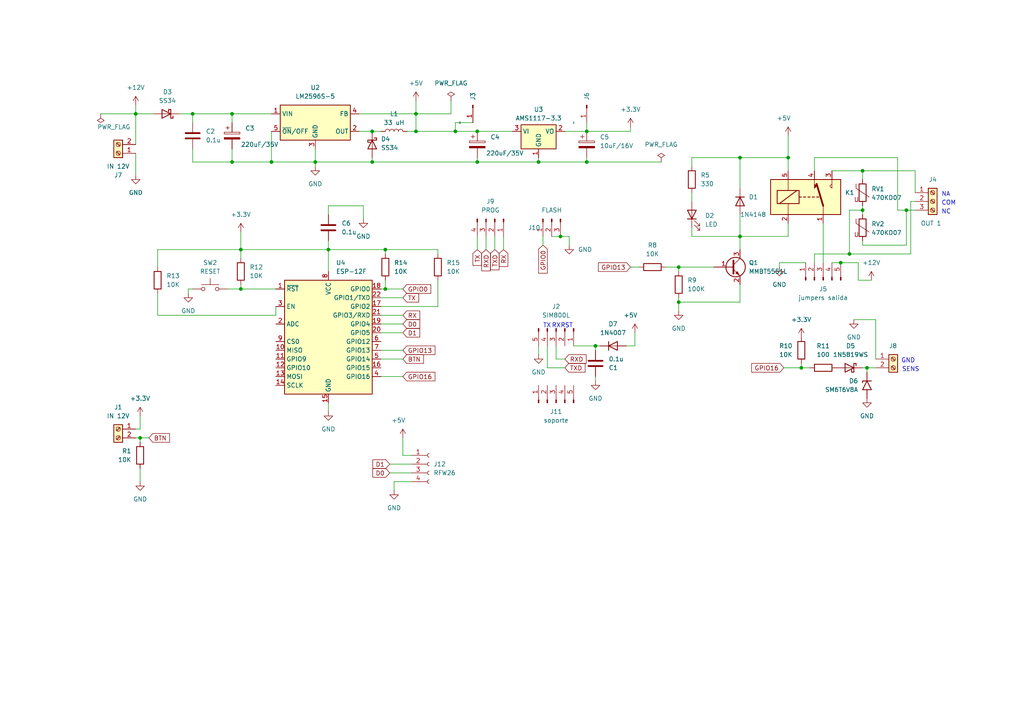
<source format=kicad_sch>
(kicad_sch (version 20230121) (generator eeschema)
  (paper "A4")
  (lib_symbols
    (symbol "Connector:Conn_01x01_Pin" (pin_names (offset 1.016) hide)
      (property "Reference" "J" (at 0 2.54 0))
      (property "Value" "Conn_01x01_Pin" (at 0 -2.54 0))
      (symbol "Conn_01x01_Pin_1_1"
        (polyline (pts (xy 1.27 0) (xy 0.8636 0)) (stroke (width 0.1524)))
        (rectangle (start 0.8636 0.127) (end 0 -0.127) (stroke (width 0.1524)) (fill (type outline)))
        (pin passive line (at 5.08 0 180) (length 3.81) (name "Pin_1") (number "1"))
      )
    )
    (symbol "Connector:Conn_01x03_Pin" (pin_names (offset 1.016) hide)
      (property "Reference" "J" (at 0 5.08 0))
      (property "Value" "Conn_01x03_Pin" (at 0 -5.08 0))
      (symbol "Conn_01x03_Pin_1_1"
        (polyline (pts (xy 1.27 -2.54) (xy 0.8636 -2.54)) (stroke (width 0.1524)))
        (polyline (pts (xy 1.27 0) (xy 0.8636 0)) (stroke (width 0.1524)))
        (polyline (pts (xy 1.27 2.54) (xy 0.8636 2.54)) (stroke (width 0.1524)))
        (rectangle (start 0.8636 -2.413) (end 0 -2.667) (stroke (width 0.1524)) (fill (type outline)))
        (rectangle (start 0.8636 0.127) (end 0 -0.127) (stroke (width 0.1524)) (fill (type outline)))
        (rectangle (start 0.8636 2.667) (end 0 2.413) (stroke (width 0.1524)) (fill (type outline)))
        (pin passive line (at 5.08 2.54 180) (length 3.81) (name "Pin_1") (number "1"))
        (pin passive line (at 5.08 0 180) (length 3.81) (name "Pin_2") (number "2"))
        (pin passive line (at 5.08 -2.54 180) (length 3.81) (name "Pin_3") (number "3"))
      )
    )
    (symbol "Connector:Conn_01x04_Pin" (pin_names (offset 1.016) hide)
      (property "Reference" "J" (at 0 5.08 0))
      (property "Value" "Conn_01x04_Pin" (at 0 -7.62 0))
      (symbol "Conn_01x04_Pin_1_1"
        (polyline (pts (xy 1.27 -5.08) (xy 0.8636 -5.08)) (stroke (width 0.1524)))
        (polyline (pts (xy 1.27 -2.54) (xy 0.8636 -2.54)) (stroke (width 0.1524)))
        (polyline (pts (xy 1.27 0) (xy 0.8636 0)) (stroke (width 0.1524)))
        (polyline (pts (xy 1.27 2.54) (xy 0.8636 2.54)) (stroke (width 0.1524)))
        (rectangle (start 0.8636 -4.953) (end 0 -5.207) (stroke (width 0.1524)) (fill (type outline)))
        (rectangle (start 0.8636 -2.413) (end 0 -2.667) (stroke (width 0.1524)) (fill (type outline)))
        (rectangle (start 0.8636 0.127) (end 0 -0.127) (stroke (width 0.1524)) (fill (type outline)))
        (rectangle (start 0.8636 2.667) (end 0 2.413) (stroke (width 0.1524)) (fill (type outline)))
        (pin passive line (at 5.08 2.54 180) (length 3.81) (name "Pin_1") (number "1"))
        (pin passive line (at 5.08 0 180) (length 3.81) (name "Pin_2") (number "2"))
        (pin passive line (at 5.08 -2.54 180) (length 3.81) (name "Pin_3") (number "3"))
        (pin passive line (at 5.08 -5.08 180) (length 3.81) (name "Pin_4") (number "4"))
      )
    )
    (symbol "Connector:Conn_01x04_Socket" (pin_names (offset 1.016) hide)
      (property "Reference" "J" (at 0 5.08 0))
      (property "Value" "Conn_01x04_Socket" (at 0 -7.62 0))
      (symbol "Conn_01x04_Socket_1_1"
        (arc (start 0 -4.572) (mid -0.5058 -5.08) (end 0 -5.588) (stroke (width 0.1524)))
        (arc (start 0 -2.032) (mid -0.5058 -2.54) (end 0 -3.048) (stroke (width 0.1524)))
        (polyline (pts (xy -1.27 -5.08) (xy -0.508 -5.08)) (stroke (width 0.1524)))
        (polyline (pts (xy -1.27 -2.54) (xy -0.508 -2.54)) (stroke (width 0.1524)))
        (polyline (pts (xy -1.27 0) (xy -0.508 0)) (stroke (width 0.1524)))
        (polyline (pts (xy -1.27 2.54) (xy -0.508 2.54)) (stroke (width 0.1524)))
        (arc (start 0 0.508) (mid -0.5058 0) (end 0 -0.508) (stroke (width 0.1524)))
        (arc (start 0 3.048) (mid -0.5058 2.54) (end 0 2.032) (stroke (width 0.1524)))
        (pin passive line (at -5.08 2.54 0) (length 3.81) (name "Pin_1") (number "1"))
        (pin passive line (at -5.08 0 0) (length 3.81) (name "Pin_2") (number "2"))
        (pin passive line (at -5.08 -2.54 0) (length 3.81) (name "Pin_3") (number "3"))
        (pin passive line (at -5.08 -5.08 0) (length 3.81) (name "Pin_4") (number "4"))
      )
    )
    (symbol "Connector:Conn_01x05_Pin" (pin_names (offset 1.016) hide)
      (property "Reference" "J" (at 0 7.62 0))
      (property "Value" "Conn_01x05_Pin" (at 0 -7.62 0))
      (symbol "Conn_01x05_Pin_1_1"
        (polyline (pts (xy 1.27 -5.08) (xy 0.8636 -5.08)) (stroke (width 0.1524)))
        (polyline (pts (xy 1.27 -2.54) (xy 0.8636 -2.54)) (stroke (width 0.1524)))
        (polyline (pts (xy 1.27 0) (xy 0.8636 0)) (stroke (width 0.1524)))
        (polyline (pts (xy 1.27 2.54) (xy 0.8636 2.54)) (stroke (width 0.1524)))
        (polyline (pts (xy 1.27 5.08) (xy 0.8636 5.08)) (stroke (width 0.1524)))
        (rectangle (start 0.8636 -4.953) (end 0 -5.207) (stroke (width 0.1524)) (fill (type outline)))
        (rectangle (start 0.8636 -2.413) (end 0 -2.667) (stroke (width 0.1524)) (fill (type outline)))
        (rectangle (start 0.8636 0.127) (end 0 -0.127) (stroke (width 0.1524)) (fill (type outline)))
        (rectangle (start 0.8636 2.667) (end 0 2.413) (stroke (width 0.1524)) (fill (type outline)))
        (rectangle (start 0.8636 5.207) (end 0 4.953) (stroke (width 0.1524)) (fill (type outline)))
        (pin passive line (at 5.08 5.08 180) (length 3.81) (name "Pin_1") (number "1"))
        (pin passive line (at 5.08 2.54 180) (length 3.81) (name "Pin_2") (number "2"))
        (pin passive line (at 5.08 0 180) (length 3.81) (name "Pin_3") (number "3"))
        (pin passive line (at 5.08 -2.54 180) (length 3.81) (name "Pin_4") (number "4"))
        (pin passive line (at 5.08 -5.08 180) (length 3.81) (name "Pin_5") (number "5"))
      )
    )
    (symbol "Connector:Screw_Terminal_01x02" (pin_names (offset 1.016) hide)
      (property "Reference" "J" (at 0 2.54 0))
      (property "Value" "Screw_Terminal_01x02" (at 0 -5.08 0))
      (symbol "Screw_Terminal_01x02_1_1"
        (rectangle (start -1.27 1.27) (end 1.27 -3.81) (stroke (width 0.254)) (fill (type background)))
        (circle (center 0 -2.54) (radius 0.635) (stroke (width 0.1524)))
        (polyline (pts (xy -0.5334 -2.2098) (xy 0.3302 -3.048)) (stroke (width 0.1524)))
        (polyline (pts (xy -0.5334 0.3302) (xy 0.3302 -0.508)) (stroke (width 0.1524)))
        (polyline (pts (xy -0.3556 -2.032) (xy 0.508 -2.8702)) (stroke (width 0.1524)))
        (polyline (pts (xy -0.3556 0.508) (xy 0.508 -0.3302)) (stroke (width 0.1524)))
        (circle (center 0 0) (radius 0.635) (stroke (width 0.1524)))
        (pin passive line (at -5.08 0 0) (length 3.81) (name "Pin_1") (number "1"))
        (pin passive line (at -5.08 -2.54 0) (length 3.81) (name "Pin_2") (number "2"))
      )
    )
    (symbol "Connector:Screw_Terminal_01x03" (pin_names (offset 1.016) hide)
      (property "Reference" "J" (at 0 5.08 0))
      (property "Value" "Screw_Terminal_01x03" (at 0 -5.08 0))
      (symbol "Screw_Terminal_01x03_1_1"
        (rectangle (start -1.27 3.81) (end 1.27 -3.81) (stroke (width 0.254)) (fill (type background)))
        (circle (center 0 -2.54) (radius 0.635) (stroke (width 0.1524)))
        (polyline (pts (xy -0.5334 -2.2098) (xy 0.3302 -3.048)) (stroke (width 0.1524)))
        (polyline (pts (xy -0.5334 0.3302) (xy 0.3302 -0.508)) (stroke (width 0.1524)))
        (polyline (pts (xy -0.5334 2.8702) (xy 0.3302 2.032)) (stroke (width 0.1524)))
        (polyline (pts (xy -0.3556 -2.032) (xy 0.508 -2.8702)) (stroke (width 0.1524)))
        (polyline (pts (xy -0.3556 0.508) (xy 0.508 -0.3302)) (stroke (width 0.1524)))
        (polyline (pts (xy -0.3556 3.048) (xy 0.508 2.2098)) (stroke (width 0.1524)))
        (circle (center 0 0) (radius 0.635) (stroke (width 0.1524)))
        (circle (center 0 2.54) (radius 0.635) (stroke (width 0.1524)))
        (pin passive line (at -5.08 2.54 0) (length 3.81) (name "Pin_1") (number "1"))
        (pin passive line (at -5.08 0 0) (length 3.81) (name "Pin_2") (number "2"))
        (pin passive line (at -5.08 -2.54 0) (length 3.81) (name "Pin_3") (number "3"))
      )
    )
    (symbol "Device:C" (pin_numbers hide) (pin_names (offset 0.254))
      (property "Reference" "C" (at 0.635 2.54 0))
      (property "Value" "C" (at 0.635 -2.54 0))
      (symbol "C_0_1"
        (polyline (pts (xy -2.032 -0.762) (xy 2.032 -0.762)) (stroke (width 0.508)))
        (polyline (pts (xy -2.032 0.762) (xy 2.032 0.762)) (stroke (width 0.508)))
      )
      (symbol "C_1_1"
        (pin passive line (at 0 3.81 270) (length 2.794) (name "~") (number "1"))
        (pin passive line (at 0 -3.81 90) (length 2.794) (name "~") (number "2"))
      )
    )
    (symbol "Device:C_Polarized" (pin_numbers hide) (pin_names (offset 0.254))
      (property "Reference" "C" (at 0.635 2.54 0))
      (property "Value" "C_Polarized" (at 0.635 -2.54 0))
      (symbol "C_Polarized_0_1"
        (rectangle (start -2.286 0.508) (end 2.286 1.016))
        (polyline (pts (xy -1.778 2.286) (xy -0.762 2.286)))
        (polyline (pts (xy -1.27 2.794) (xy -1.27 1.778)))
        (rectangle (start 2.286 -0.508) (end -2.286 -1.016) (fill (type outline)))
      )
      (symbol "C_Polarized_1_1"
        (pin passive line (at 0 3.81 270) (length 2.794) (name "~") (number "1"))
        (pin passive line (at 0 -3.81 90) (length 2.794) (name "~") (number "2"))
      )
    )
    (symbol "Device:D_Schottky" (pin_numbers hide) (pin_names (offset 1.016) hide)
      (property "Reference" "D" (at 0 2.54 0))
      (property "Value" "D_Schottky" (at 0 -2.54 0))
      (symbol "D_Schottky_0_1"
        (polyline (pts (xy 1.27 0) (xy -1.27 0)))
        (polyline (pts (xy 1.27 1.27) (xy 1.27 -1.27) (xy -1.27 0) (xy 1.27 1.27)) (stroke (width 0.254)))
        (polyline (pts (xy -1.905 0.635) (xy -1.905 1.27) (xy -1.27 1.27) (xy -1.27 -1.27) (xy -0.635 -1.27) (xy -0.635 -0.635)) (stroke (width 0.254)))
      )
      (symbol "D_Schottky_1_1"
        (pin passive line (at -3.81 0 0) (length 2.54) (name "K") (number "1"))
        (pin passive line (at 3.81 0 180) (length 2.54) (name "A") (number "2"))
      )
    )
    (symbol "Device:L" (pin_numbers hide) (pin_names (offset 1.016) hide)
      (property "Reference" "L" (at -1.27 0 90))
      (property "Value" "L" (at 1.905 0 90))
      (symbol "L_0_1"
        (arc (start 0 -2.54) (mid 0.6323 -1.905) (end 0 -1.27))
        (arc (start 0 -1.27) (mid 0.6323 -0.635) (end 0 0))
        (arc (start 0 0) (mid 0.6323 0.635) (end 0 1.27))
        (arc (start 0 1.27) (mid 0.6323 1.905) (end 0 2.54))
      )
      (symbol "L_1_1"
        (pin passive line (at 0 3.81 270) (length 1.27) (name "1") (number "1"))
        (pin passive line (at 0 -3.81 90) (length 1.27) (name "2") (number "2"))
      )
    )
    (symbol "Device:LED" (pin_numbers hide) (pin_names (offset 1.016) hide)
      (property "Reference" "D" (at 0 2.54 0))
      (property "Value" "LED" (at 0 -2.54 0))
      (symbol "LED_0_1"
        (polyline (pts (xy -1.27 -1.27) (xy -1.27 1.27)) (stroke (width 0.254)))
        (polyline (pts (xy -1.27 0) (xy 1.27 0)))
        (polyline (pts (xy 1.27 -1.27) (xy 1.27 1.27) (xy -1.27 0) (xy 1.27 -1.27)) (stroke (width 0.254)))
        (polyline (pts (xy -3.048 -0.762) (xy -4.572 -2.286) (xy -3.81 -2.286) (xy -4.572 -2.286) (xy -4.572 -1.524)))
        (polyline (pts (xy -1.778 -0.762) (xy -3.302 -2.286) (xy -2.54 -2.286) (xy -3.302 -2.286) (xy -3.302 -1.524)))
      )
      (symbol "LED_1_1"
        (pin passive line (at -3.81 0 0) (length 2.54) (name "K") (number "1"))
        (pin passive line (at 3.81 0 180) (length 2.54) (name "A") (number "2"))
      )
    )
    (symbol "Device:R" (pin_numbers hide) (pin_names (offset 0))
      (property "Reference" "R" (at 2.032 0 90))
      (property "Value" "R" (at 0 0 90))
      (symbol "R_0_1"
        (rectangle (start -1.016 -2.54) (end 1.016 2.54) (stroke (width 0.254)))
      )
      (symbol "R_1_1"
        (pin passive line (at 0 3.81 270) (length 1.27) (name "~") (number "1"))
        (pin passive line (at 0 -3.81 90) (length 1.27) (name "~") (number "2"))
      )
    )
    (symbol "Device:Varistor" (pin_numbers hide) (pin_names (offset 0))
      (property "Reference" "RV" (at 3.175 0 90))
      (property "Value" "Varistor" (at -3.175 0 90))
      (symbol "Varistor_0_0"
        (text "U" (at -1.778 -2.032 0) (effects (font (size 1.27 1.27))))
      )
      (symbol "Varistor_0_1"
        (rectangle (start -1.016 -2.54) (end 1.016 2.54) (stroke (width 0.254)))
        (polyline (pts (xy -1.905 2.54) (xy -1.905 1.27) (xy 1.905 -1.27)))
      )
      (symbol "Varistor_1_1"
        (pin passive line (at 0 3.81 270) (length 1.27) (name "~") (number "1"))
        (pin passive line (at 0 -3.81 90) (length 1.27) (name "~") (number "2"))
      )
    )
    (symbol "Diode:1N4007" (pin_numbers hide) (pin_names hide)
      (property "Reference" "D" (at 0 2.54 0))
      (property "Value" "1N4007" (at 0 -2.54 0))
      (symbol "1N4007_0_1"
        (polyline (pts (xy -1.27 1.27) (xy -1.27 -1.27)) (stroke (width 0.254)))
        (polyline (pts (xy 1.27 0) (xy -1.27 0)))
        (polyline (pts (xy 1.27 1.27) (xy 1.27 -1.27) (xy -1.27 0) (xy 1.27 1.27)) (stroke (width 0.254)))
      )
      (symbol "1N4007_1_1"
        (pin passive line (at -3.81 0 0) (length 2.54) (name "K") (number "1"))
        (pin passive line (at 3.81 0 180) (length 2.54) (name "A") (number "2"))
      )
    )
    (symbol "Diode:1N4148" (pin_numbers hide) (pin_names hide)
      (property "Reference" "D" (at 0 2.54 0))
      (property "Value" "1N4148" (at 0 -2.54 0))
      (symbol "1N4148_0_1"
        (polyline (pts (xy -1.27 1.27) (xy -1.27 -1.27)) (stroke (width 0.254)))
        (polyline (pts (xy 1.27 0) (xy -1.27 0)))
        (polyline (pts (xy 1.27 1.27) (xy 1.27 -1.27) (xy -1.27 0) (xy 1.27 1.27)) (stroke (width 0.254)))
      )
      (symbol "1N4148_1_1"
        (pin passive line (at -3.81 0 0) (length 2.54) (name "K") (number "1"))
        (pin passive line (at 3.81 0 180) (length 2.54) (name "A") (number "2"))
      )
    )
    (symbol "Diode:1N5819WS" (pin_numbers hide) (pin_names (offset 1.016) hide)
      (property "Reference" "D" (at 0 2.54 0))
      (property "Value" "1N5819WS" (at 0 -2.54 0))
      (symbol "1N5819WS_0_1"
        (polyline (pts (xy 1.27 0) (xy -1.27 0)))
        (polyline (pts (xy 1.27 1.27) (xy 1.27 -1.27) (xy -1.27 0) (xy 1.27 1.27)) (stroke (width 0.254)))
        (polyline (pts (xy -1.905 0.635) (xy -1.905 1.27) (xy -1.27 1.27) (xy -1.27 -1.27) (xy -0.635 -1.27) (xy -0.635 -0.635)) (stroke (width 0.254)))
      )
      (symbol "1N5819WS_1_1"
        (pin passive line (at -3.81 0 0) (length 2.54) (name "K") (number "1"))
        (pin passive line (at 3.81 0 180) (length 2.54) (name "A") (number "2"))
      )
    )
    (symbol "Diode:SM6T6V8A" (pin_numbers hide) (pin_names (offset 1.016) hide)
      (property "Reference" "D" (at 0 2.54 0))
      (property "Value" "SM6T6V8A" (at 0 -2.54 0))
      (symbol "SM6T6V8A_0_1"
        (polyline (pts (xy -0.762 1.27) (xy -1.27 1.27) (xy -1.27 -1.27)) (stroke (width 0.254)))
        (polyline (pts (xy 1.27 1.27) (xy 1.27 -1.27) (xy -1.27 0) (xy 1.27 1.27)) (stroke (width 0.254)))
      )
      (symbol "SM6T6V8A_1_1"
        (pin passive line (at -3.81 0 0) (length 2.54) (name "A1") (number "1"))
        (pin passive line (at 3.81 0 180) (length 2.54) (name "A2") (number "2"))
      )
    )
    (symbol "RF_Module:ESP-12F"
      (property "Reference" "U" (at -12.7 19.05 0))
      (property "Value" "ESP-12F" (at 12.7 19.05 0))
      (symbol "ESP-12F_0_1"
        (rectangle (start -12.7 17.78) (end 12.7 -15.24) (stroke (width 0.254)) (fill (type background)))
      )
      (symbol "ESP-12F_1_1"
        (pin input line (at -15.24 15.24 0) (length 2.54) (name "~{RST}") (number "1"))
        (pin bidirectional line (at -15.24 -2.54 0) (length 2.54) (name "MISO") (number "10"))
        (pin bidirectional line (at -15.24 -5.08 0) (length 2.54) (name "GPIO9") (number "11"))
        (pin bidirectional line (at -15.24 -7.62 0) (length 2.54) (name "GPIO10") (number "12"))
        (pin bidirectional line (at -15.24 -10.16 0) (length 2.54) (name "MOSI") (number "13"))
        (pin bidirectional line (at -15.24 -12.7 0) (length 2.54) (name "SCLK") (number "14"))
        (pin power_in line (at 0 -17.78 90) (length 2.54) (name "GND") (number "15"))
        (pin bidirectional line (at 15.24 -7.62 180) (length 2.54) (name "GPIO15") (number "16"))
        (pin bidirectional line (at 15.24 10.16 180) (length 2.54) (name "GPIO2") (number "17"))
        (pin bidirectional line (at 15.24 15.24 180) (length 2.54) (name "GPIO0") (number "18"))
        (pin bidirectional line (at 15.24 5.08 180) (length 2.54) (name "GPIO4") (number "19"))
        (pin input line (at -15.24 5.08 0) (length 2.54) (name "ADC") (number "2"))
        (pin bidirectional line (at 15.24 2.54 180) (length 2.54) (name "GPIO5") (number "20"))
        (pin bidirectional line (at 15.24 7.62 180) (length 2.54) (name "GPIO3/RXD") (number "21"))
        (pin bidirectional line (at 15.24 12.7 180) (length 2.54) (name "GPIO1/TXD") (number "22"))
        (pin input line (at -15.24 10.16 0) (length 2.54) (name "EN") (number "3"))
        (pin bidirectional line (at 15.24 -10.16 180) (length 2.54) (name "GPIO16") (number "4"))
        (pin bidirectional line (at 15.24 -5.08 180) (length 2.54) (name "GPIO14") (number "5"))
        (pin bidirectional line (at 15.24 0 180) (length 2.54) (name "GPIO12") (number "6"))
        (pin bidirectional line (at 15.24 -2.54 180) (length 2.54) (name "GPIO13") (number "7"))
        (pin power_in line (at 0 20.32 270) (length 2.54) (name "VCC") (number "8"))
        (pin input line (at -15.24 0 0) (length 2.54) (name "CS0") (number "9"))
      )
    )
    (symbol "Regulator_Linear:AMS1117-3.3"
      (property "Reference" "U" (at -3.81 3.175 0))
      (property "Value" "AMS1117-3.3" (at 0 3.175 0))
      (symbol "AMS1117-3.3_0_1"
        (rectangle (start -5.08 -5.08) (end 5.08 1.905) (stroke (width 0.254)) (fill (type background)))
      )
      (symbol "AMS1117-3.3_1_1"
        (pin power_in line (at 0 -7.62 90) (length 2.54) (name "GND") (number "1"))
        (pin power_out line (at 7.62 0 180) (length 2.54) (name "VO") (number "2"))
        (pin power_in line (at -7.62 0 0) (length 2.54) (name "VI") (number "3"))
      )
    )
    (symbol "Regulator_Switching:LM2596S-5"
      (property "Reference" "U" (at -10.16 6.35 0))
      (property "Value" "LM2596S-5" (at 0 6.35 0))
      (symbol "LM2596S-5_0_1"
        (rectangle (start -10.16 5.08) (end 10.16 -5.08) (stroke (width 0.254)) (fill (type background)))
      )
      (symbol "LM2596S-5_1_1"
        (pin power_in line (at -12.7 2.54 0) (length 2.54) (name "VIN") (number "1"))
        (pin output line (at 12.7 -2.54 180) (length 2.54) (name "OUT") (number "2"))
        (pin power_in line (at 0 -7.62 90) (length 2.54) (name "GND") (number "3"))
        (pin input line (at 12.7 2.54 180) (length 2.54) (name "FB") (number "4"))
        (pin input line (at -12.7 -2.54 0) (length 2.54) (name "~{ON}/OFF") (number "5"))
      )
    )
    (symbol "Relay:SANYOU_SRD_Form_C"
      (property "Reference" "K" (at 11.43 3.81 0))
      (property "Value" "SANYOU_SRD_Form_C" (at 11.43 1.27 0))
      (symbol "SANYOU_SRD_Form_C_0_0"
        (polyline (pts (xy 7.62 5.08) (xy 7.62 2.54) (xy 6.985 3.175) (xy 7.62 3.81)))
      )
      (symbol "SANYOU_SRD_Form_C_0_1"
        (rectangle (start -10.16 5.08) (end 10.16 -5.08) (stroke (width 0.254)) (fill (type background)))
        (rectangle (start -8.255 1.905) (end -1.905 -1.905) (stroke (width 0.254)))
        (polyline (pts (xy -7.62 -1.905) (xy -2.54 1.905)) (stroke (width 0.254)))
        (polyline (pts (xy -5.08 -5.08) (xy -5.08 -1.905)))
        (polyline (pts (xy -5.08 5.08) (xy -5.08 1.905)))
        (polyline (pts (xy -1.905 0) (xy -1.27 0)) (stroke (width 0.254)))
        (polyline (pts (xy -0.635 0) (xy 0 0)) (stroke (width 0.254)))
        (polyline (pts (xy 0.635 0) (xy 1.27 0)) (stroke (width 0.254)))
        (polyline (pts (xy 1.905 0) (xy 2.54 0)) (stroke (width 0.254)))
        (polyline (pts (xy 3.175 0) (xy 3.81 0)) (stroke (width 0.254)))
        (polyline (pts (xy 5.08 -2.54) (xy 3.175 3.81)) (stroke (width 0.508)))
        (polyline (pts (xy 5.08 -2.54) (xy 5.08 -5.08)))
      )
      (symbol "SANYOU_SRD_Form_C_1_1"
        (polyline (pts (xy 2.54 3.81) (xy 3.175 3.175) (xy 2.54 2.54) (xy 2.54 5.08)) (fill (type outline)))
        (pin passive line (at 5.08 -7.62 90) (length 2.54) (name "~") (number "1"))
        (pin passive line (at -5.08 -7.62 90) (length 2.54) (name "~") (number "2"))
        (pin passive line (at 7.62 7.62 270) (length 2.54) (name "~") (number "3"))
        (pin passive line (at 2.54 7.62 270) (length 2.54) (name "~") (number "4"))
        (pin passive line (at -5.08 7.62 270) (length 2.54) (name "~") (number "5"))
      )
    )
    (symbol "Switch:SW_Omron_B3FS" (pin_numbers hide) (pin_names (offset 1.016) hide)
      (property "Reference" "SW" (at 1.27 2.54 0))
      (property "Value" "SW_Omron_B3FS" (at 0 -1.524 0))
      (symbol "SW_Omron_B3FS_0_1"
        (circle (center -2.032 0) (radius 0.508))
        (polyline (pts (xy 0 1.27) (xy 0 3.048)))
        (polyline (pts (xy 2.54 1.27) (xy -2.54 1.27)))
        (circle (center 2.032 0) (radius 0.508))
        (pin passive line (at -5.08 0 0) (length 2.54) (name "1") (number "1"))
        (pin passive line (at 5.08 0 180) (length 2.54) (name "2") (number "2"))
      )
    )
    (symbol "Transistor_BJT:MMBT5551L" (pin_names (offset 0) hide)
      (property "Reference" "Q" (at 5.08 1.905 0))
      (property "Value" "MMBT5551L" (at 5.08 0 0))
      (symbol "MMBT5551L_0_1"
        (polyline (pts (xy 0.635 0.635) (xy 2.54 2.54)))
        (polyline (pts (xy 0.635 -0.635) (xy 2.54 -2.54) (xy 2.54 -2.54)))
        (polyline (pts (xy 0.635 1.905) (xy 0.635 -1.905) (xy 0.635 -1.905)) (stroke (width 0.508)))
        (polyline (pts (xy 1.27 -1.778) (xy 1.778 -1.27) (xy 2.286 -2.286) (xy 1.27 -1.778) (xy 1.27 -1.778)) (fill (type outline)))
        (circle (center 1.27 0) (radius 2.8194) (stroke (width 0.254)))
      )
      (symbol "MMBT5551L_1_1"
        (pin input line (at -5.08 0 0) (length 5.715) (name "B") (number "1"))
        (pin passive line (at 2.54 -5.08 90) (length 2.54) (name "E") (number "2"))
        (pin passive line (at 2.54 5.08 270) (length 2.54) (name "C") (number "3"))
      )
    )
    (symbol "power:+12V" (power) (pin_names (offset 0))
      (property "Value" "+12V" (at 0 3.556 0))
      (symbol "+12V_0_1"
        (polyline (pts (xy -0.762 1.27) (xy 0 2.54)))
        (polyline (pts (xy 0 0) (xy 0 2.54)))
        (polyline (pts (xy 0 2.54) (xy 0.762 1.27)))
      )
      (symbol "+12V_1_1"
        (pin power_in line (at 0 0 90) (length 0) hide (name "+12V") (number "1"))
      )
    )
    (symbol "power:+3.3V" (power) (pin_names (offset 0))
      (property "Value" "+3.3V" (at 0 3.556 0))
      (symbol "+3.3V_0_1"
        (polyline (pts (xy -0.762 1.27) (xy 0 2.54)))
        (polyline (pts (xy 0 0) (xy 0 2.54)))
        (polyline (pts (xy 0 2.54) (xy 0.762 1.27)))
      )
      (symbol "+3.3V_1_1"
        (pin power_in line (at 0 0 90) (length 0) hide (name "+3.3V") (number "1"))
      )
    )
    (symbol "power:+5V" (power) (pin_names (offset 0))
      (property "Value" "+5V" (at 0 3.556 0))
      (symbol "+5V_0_1"
        (polyline (pts (xy -0.762 1.27) (xy 0 2.54)))
        (polyline (pts (xy 0 0) (xy 0 2.54)))
        (polyline (pts (xy 0 2.54) (xy 0.762 1.27)))
      )
      (symbol "+5V_1_1"
        (pin power_in line (at 0 0 90) (length 0) hide (name "+5V") (number "1"))
      )
    )
    (symbol "power:GND" (power) (pin_names (offset 0))
      (property "Value" "GND" (at 0 -3.81 0))
      (symbol "GND_0_1"
        (polyline (pts (xy 0 0) (xy 0 -1.27) (xy 1.27 -1.27) (xy 0 -2.54) (xy -1.27 -1.27) (xy 0 -1.27)))
      )
      (symbol "GND_1_1"
        (pin power_in line (at 0 0 270) (length 0) hide (name "GND") (number "1"))
      )
    )
    (symbol "power:PWR_FLAG" (power) (pin_numbers hide) (pin_names (offset 0) hide)
      (property "Value" "PWR_FLAG" (at 0 3.81 0))
      (symbol "PWR_FLAG_0_0"
        (pin power_out line (at 0 0 90) (length 0) (name "pwr") (number "1"))
      )
      (symbol "PWR_FLAG_0_1"
        (polyline (pts (xy 0 0) (xy 0 1.27) (xy -1.016 1.905) (xy 0 2.54) (xy 1.016 1.905) (xy 0 1.27)))
      )
    )
  )
  (junction (at 138.43 38.1))
  (junction (at 196.85 77.47))
  (junction (at 250.19 49.53))
  (junction (at 67.31 46.99))
  (junction (at 91.44 46.99))
  (junction (at 170.18 46.99))
  (junction (at 69.85 83.82))
  (junction (at 69.85 72.39))
  (junction (at 132.08 38.1))
  (junction (at 162.56 68.58))
  (junction (at 67.31 33.02))
  (junction (at 107.95 38.1))
  (junction (at 95.25 72.39))
  (junction (at 156.21 46.99))
  (junction (at 250.19 60.96))
  (junction (at 262.89 60.96))
  (junction (at 39.37 33.02))
  (junction (at 138.43 46.99))
  (junction (at 243.84 76.2))
  (junction (at 251.46 106.68))
  (junction (at 78.74 46.99))
  (junction (at 246.38 73.66))
  (junction (at 196.85 87.63))
  (junction (at 55.88 33.02))
  (junction (at 111.76 83.82))
  (junction (at 170.18 38.1))
  (junction (at 40.64 127))
  (junction (at 120.65 38.1))
  (junction (at 107.95 46.99))
  (junction (at 120.65 33.02))
  (junction (at 214.63 68.58))
  (junction (at 172.72 100.33))
  (junction (at 228.6 45.72))
  (junction (at 214.63 45.72))
  (junction (at 111.76 72.39))
  (junction (at 232.41 106.68))
  (wire (pts (xy 91.44 46.99) (xy 91.44 48.26)))
  (wire (pts (xy 234.95 106.68) (xy 232.41 106.68)))
  (wire (pts (xy 39.37 30.48) (xy 39.37 33.02)))
  (wire (pts (xy 163.83 38.1) (xy 170.18 38.1)))
  (wire (pts (xy 254 92.71) (xy 247.65 92.71)))
  (wire (pts (xy 40.64 128.27) (xy 40.64 127)))
  (wire (pts (xy 45.72 77.47) (xy 45.72 72.39)))
  (wire (pts (xy 165.1 68.58) (xy 162.56 68.58)))
  (wire (pts (xy 246.38 73.66) (xy 246.38 60.96)))
  (wire (pts (xy 69.85 67.31) (xy 69.85 72.39)))
  (wire (pts (xy 110.49 83.82) (xy 111.76 83.82)))
  (wire (pts (xy 160.02 68.58) (xy 162.56 68.58)))
  (wire (pts (xy 166.37 100.33) (xy 172.72 100.33)))
  (wire (pts (xy 250.19 60.96) (xy 250.19 62.23)))
  (wire (pts (xy 264.16 58.42) (xy 265.43 58.42)))
  (wire (pts (xy 265.43 55.88) (xy 265.43 49.53)))
  (wire (pts (xy 250.19 106.68) (xy 251.46 106.68)))
  (wire (pts (xy 113.03 134.62) (xy 119.38 134.62)))
  (wire (pts (xy 114.3 142.24) (xy 114.3 139.7)))
  (wire (pts (xy 107.95 45.72) (xy 107.95 46.99)))
  (wire (pts (xy 170.18 45.72) (xy 170.18 46.99)))
  (wire (pts (xy 113.03 137.16) (xy 119.38 137.16)))
  (wire (pts (xy 40.64 127) (xy 39.37 127)))
  (wire (pts (xy 110.49 104.14) (xy 116.84 104.14)))
  (wire (pts (xy 238.76 64.77) (xy 238.76 76.2)))
  (wire (pts (xy 264.16 58.42) (xy 264.16 73.66)))
  (wire (pts (xy 165.1 71.12) (xy 165.1 68.58)))
  (wire (pts (xy 67.31 43.18) (xy 67.31 46.99)))
  (wire (pts (xy 69.85 72.39) (xy 69.85 74.93)))
  (wire (pts (xy 260.35 45.72) (xy 236.22 45.72)))
  (wire (pts (xy 200.66 68.58) (xy 214.63 68.58)))
  (wire (pts (xy 39.37 33.02) (xy 44.45 33.02)))
  (wire (pts (xy 55.88 46.99) (xy 67.31 46.99)))
  (wire (pts (xy 214.63 68.58) (xy 228.6 68.58)))
  (wire (pts (xy 111.76 72.39) (xy 95.25 72.39)))
  (wire (pts (xy 66.04 83.82) (xy 69.85 83.82)))
  (wire (pts (xy 52.07 33.02) (xy 55.88 33.02)))
  (wire (pts (xy 228.6 64.77) (xy 228.6 68.58)))
  (wire (pts (xy 182.88 38.1) (xy 170.18 38.1)))
  (wire (pts (xy 246.38 73.66) (xy 264.16 73.66)))
  (wire (pts (xy 140.97 68.58) (xy 140.97 72.39)))
  (wire (pts (xy 228.6 45.72) (xy 228.6 49.53)))
  (wire (pts (xy 132.08 38.1) (xy 138.43 38.1)))
  (wire (pts (xy 110.49 91.44) (xy 116.84 91.44)))
  (wire (pts (xy 127 73.66) (xy 127 72.39)))
  (wire (pts (xy 111.76 72.39) (xy 111.76 73.66)))
  (wire (pts (xy 214.63 45.72) (xy 228.6 45.72)))
  (wire (pts (xy 132.08 35.56) (xy 132.08 38.1)))
  (wire (pts (xy 130.81 33.02) (xy 120.65 33.02)))
  (wire (pts (xy 138.43 68.58) (xy 138.43 72.39)))
  (wire (pts (xy 120.65 38.1) (xy 132.08 38.1)))
  (wire (pts (xy 182.88 36.83) (xy 182.88 38.1)))
  (wire (pts (xy 193.04 77.47) (xy 196.85 77.47)))
  (wire (pts (xy 172.72 109.22) (xy 172.72 110.49)))
  (wire (pts (xy 156.21 100.33) (xy 156.21 102.87)))
  (wire (pts (xy 39.37 33.02) (xy 29.21 33.02)))
  (wire (pts (xy 163.83 106.68) (xy 158.75 106.68)))
  (wire (pts (xy 158.75 106.68) (xy 158.75 100.33)))
  (wire (pts (xy 107.95 46.99) (xy 138.43 46.99)))
  (wire (pts (xy 116.84 127) (xy 116.84 132.08)))
  (wire (pts (xy 265.43 60.96) (xy 262.89 60.96)))
  (wire (pts (xy 116.84 132.08) (xy 119.38 132.08)))
  (wire (pts (xy 105.41 59.69) (xy 105.41 63.5)))
  (wire (pts (xy 214.63 68.58) (xy 214.63 72.39)))
  (wire (pts (xy 55.88 43.18) (xy 55.88 46.99)))
  (wire (pts (xy 252.73 81.28) (xy 248.92 81.28)))
  (wire (pts (xy 200.66 55.88) (xy 200.66 58.42)))
  (wire (pts (xy 200.66 48.26) (xy 200.66 45.72)))
  (wire (pts (xy 55.88 33.02) (xy 67.31 33.02)))
  (wire (pts (xy 43.18 127) (xy 40.64 127)))
  (wire (pts (xy 91.44 43.18) (xy 91.44 46.99)))
  (wire (pts (xy 80.01 91.44) (xy 80.01 88.9)))
  (wire (pts (xy 138.43 38.1) (xy 148.59 38.1)))
  (wire (pts (xy 107.95 38.1) (xy 110.49 38.1)))
  (wire (pts (xy 78.74 38.1) (xy 78.74 46.99)))
  (wire (pts (xy 111.76 81.28) (xy 111.76 83.82)))
  (wire (pts (xy 260.35 60.96) (xy 260.35 45.72)))
  (wire (pts (xy 196.85 77.47) (xy 207.01 77.47)))
  (wire (pts (xy 130.81 29.21) (xy 130.81 33.02)))
  (wire (pts (xy 170.18 35.56) (xy 170.18 38.1)))
  (wire (pts (xy 170.18 46.99) (xy 191.77 46.99)))
  (wire (pts (xy 95.25 78.74) (xy 95.25 72.39)))
  (wire (pts (xy 196.85 78.74) (xy 196.85 77.47)))
  (wire (pts (xy 120.65 29.21) (xy 120.65 33.02)))
  (wire (pts (xy 138.43 45.72) (xy 138.43 46.99)))
  (wire (pts (xy 200.66 66.04) (xy 200.66 68.58)))
  (wire (pts (xy 196.85 87.63) (xy 196.85 90.17)))
  (wire (pts (xy 170.18 46.99) (xy 156.21 46.99)))
  (wire (pts (xy 254 104.14) (xy 254 92.71)))
  (wire (pts (xy 107.95 46.99) (xy 91.44 46.99)))
  (wire (pts (xy 127 72.39) (xy 111.76 72.39)))
  (wire (pts (xy 69.85 83.82) (xy 69.85 82.55)))
  (wire (pts (xy 78.74 46.99) (xy 91.44 46.99)))
  (wire (pts (xy 146.05 68.58) (xy 146.05 72.39)))
  (wire (pts (xy 172.72 100.33) (xy 173.99 100.33)))
  (wire (pts (xy 39.37 33.02) (xy 39.37 41.91)))
  (wire (pts (xy 200.66 45.72) (xy 214.63 45.72)))
  (wire (pts (xy 156.21 45.72) (xy 156.21 46.99)))
  (wire (pts (xy 241.3 49.53) (xy 250.19 49.53)))
  (wire (pts (xy 157.48 68.58) (xy 157.48 71.12)))
  (wire (pts (xy 40.64 120.65) (xy 40.64 124.46)))
  (wire (pts (xy 236.22 73.66) (xy 236.22 76.2)))
  (wire (pts (xy 161.29 104.14) (xy 161.29 100.33)))
  (wire (pts (xy 232.41 106.68) (xy 227.33 106.68)))
  (wire (pts (xy 250.19 71.12) (xy 250.19 69.85)))
  (wire (pts (xy 54.61 85.09) (xy 54.61 83.82)))
  (wire (pts (xy 110.49 93.98) (xy 116.84 93.98)))
  (wire (pts (xy 250.19 49.53) (xy 250.19 52.07)))
  (wire (pts (xy 241.3 76.2) (xy 243.84 76.2)))
  (wire (pts (xy 45.72 85.09) (xy 45.72 91.44)))
  (wire (pts (xy 248.92 76.2) (xy 243.84 76.2)))
  (wire (pts (xy 69.85 83.82) (xy 80.01 83.82)))
  (wire (pts (xy 110.49 109.22) (xy 116.84 109.22)))
  (wire (pts (xy 45.72 91.44) (xy 80.01 91.44)))
  (wire (pts (xy 262.89 60.96) (xy 260.35 60.96)))
  (wire (pts (xy 214.63 54.61) (xy 214.63 45.72)))
  (wire (pts (xy 232.41 105.41) (xy 232.41 106.68)))
  (wire (pts (xy 95.25 59.69) (xy 105.41 59.69)))
  (wire (pts (xy 67.31 33.02) (xy 78.74 33.02)))
  (wire (pts (xy 250.19 59.69) (xy 250.19 60.96)))
  (wire (pts (xy 40.64 124.46) (xy 39.37 124.46)))
  (wire (pts (xy 110.49 86.36) (xy 116.84 86.36)))
  (wire (pts (xy 251.46 106.68) (xy 251.46 107.95)))
  (wire (pts (xy 228.6 39.37) (xy 228.6 45.72)))
  (wire (pts (xy 39.37 44.45) (xy 39.37 50.8)))
  (wire (pts (xy 54.61 83.82) (xy 55.88 83.82)))
  (wire (pts (xy 40.64 135.89) (xy 40.64 139.7)))
  (wire (pts (xy 114.3 139.7) (xy 119.38 139.7)))
  (wire (pts (xy 226.06 77.47) (xy 226.06 76.2)))
  (wire (pts (xy 196.85 86.36) (xy 196.85 87.63)))
  (wire (pts (xy 226.06 76.2) (xy 233.68 76.2)))
  (wire (pts (xy 248.92 81.28) (xy 248.92 76.2)))
  (wire (pts (xy 236.22 49.53) (xy 236.22 45.72)))
  (wire (pts (xy 67.31 35.56) (xy 67.31 33.02)))
  (wire (pts (xy 104.14 33.02) (xy 120.65 33.02)))
  (wire (pts (xy 143.51 68.58) (xy 143.51 72.39)))
  (wire (pts (xy 262.89 60.96) (xy 262.89 71.12)))
  (wire (pts (xy 111.76 83.82) (xy 116.84 83.82)))
  (wire (pts (xy 182.88 77.47) (xy 185.42 77.47)))
  (wire (pts (xy 172.72 101.6) (xy 172.72 100.33)))
  (wire (pts (xy 246.38 60.96) (xy 250.19 60.96)))
  (wire (pts (xy 214.63 87.63) (xy 196.85 87.63)))
  (wire (pts (xy 120.65 33.02) (xy 120.65 38.1)))
  (wire (pts (xy 120.65 38.1) (xy 118.11 38.1)))
  (wire (pts (xy 95.25 116.84) (xy 95.25 119.38)))
  (wire (pts (xy 95.25 69.85) (xy 95.25 72.39)))
  (wire (pts (xy 181.61 100.33) (xy 184.15 100.33)))
  (wire (pts (xy 163.83 104.14) (xy 161.29 104.14)))
  (wire (pts (xy 110.49 96.52) (xy 116.84 96.52)))
  (wire (pts (xy 110.49 101.6) (xy 116.84 101.6)))
  (wire (pts (xy 55.88 35.56) (xy 55.88 33.02)))
  (wire (pts (xy 45.72 72.39) (xy 69.85 72.39)))
  (wire (pts (xy 95.25 62.23) (xy 95.25 59.69)))
  (wire (pts (xy 214.63 82.55) (xy 214.63 87.63)))
  (wire (pts (xy 214.63 62.23) (xy 214.63 68.58)))
  (wire (pts (xy 250.19 71.12) (xy 262.89 71.12)))
  (wire (pts (xy 67.31 46.99) (xy 78.74 46.99)))
  (wire (pts (xy 127 81.28) (xy 127 88.9)))
  (wire (pts (xy 104.14 38.1) (xy 107.95 38.1)))
  (wire (pts (xy 138.43 46.99) (xy 156.21 46.99)))
  (wire (pts (xy 69.85 72.39) (xy 95.25 72.39)))
  (wire (pts (xy 236.22 73.66) (xy 246.38 73.66)))
  (wire (pts (xy 184.15 100.33) (xy 184.15 96.52)))
  (wire (pts (xy 137.16 35.56) (xy 132.08 35.56)))
  (wire (pts (xy 250.19 49.53) (xy 265.43 49.53)))
  (wire (pts (xy 251.46 106.68) (xy 254 106.68)))
  (wire (pts (xy 110.49 88.9) (xy 127 88.9)))
  (text "TX" (at 157.48 95.25 0) (effects (font (size 1.27 1.27)) (justify left bottom)))
  (text "RST" (at 162.56 95.25 0) (effects (font (size 1.27 1.27)) (justify left bottom)))
  (text "NC" (at 273.05 62.23 0) (effects (font (size 1.27 1.27)) (justify left bottom)))
  (text "NA" (at 273.05 57.15 0) (effects (font (size 1.27 1.27)) (justify left bottom)))
  (text "GND" (at 265.43 105.41 0) (effects (font (size 1.27 1.27)) (justify right bottom)))
  (text "SENS" (at 266.7 107.95 0) (effects (font (size 1.27 1.27)) (justify right bottom)))
  (text "RX" (at 160.02 95.25 0) (effects (font (size 1.27 1.27)) (justify left bottom)))
  (text "COM" (at 273.05 59.69 0) (effects (font (size 1.27 1.27)) (justify left bottom)))
  (global_label "D0" (shape input) (at 113.03 137.16 180) (property "Intersheetrefs" "${INTERSHEET_REFS}" (effects hide)))
  (global_label "BTN" (shape input) (at 43.18 127 0) (property "Intersheetrefs" "${INTERSHEET_REFS}" (effects hide)))
  (global_label "TX" (shape input) (at 116.84 86.36 0) (property "Intersheetrefs" "${INTERSHEET_REFS}" (effects hide)))
  (global_label "TX" (shape input) (at 138.43 72.39 270) (property "Intersheetrefs" "${INTERSHEET_REFS}" (effects hide)))
  (global_label "BTN" (shape input) (at 116.84 104.14 0) (property "Intersheetrefs" "${INTERSHEET_REFS}" (effects hide)))
  (global_label "RXD" (shape input) (at 140.97 72.39 270) (property "Intersheetrefs" "${INTERSHEET_REFS}" (effects hide)))
  (global_label "RX" (shape input) (at 146.05 72.39 270) (property "Intersheetrefs" "${INTERSHEET_REFS}" (effects hide)))
  (global_label "GPIO16" (shape input) (at 227.33 106.68 180) (property "Intersheetrefs" "${INTERSHEET_REFS}" (effects hide)))
  (global_label "GPIO0" (shape input) (at 157.48 71.12 270) (property "Intersheetrefs" "${INTERSHEET_REFS}" (effects hide)))
  (global_label "TXD" (shape input) (at 143.51 72.39 270) (property "Intersheetrefs" "${INTERSHEET_REFS}" (effects hide)))
  (global_label "D1" (shape input) (at 116.84 96.52 0) (property "Intersheetrefs" "${INTERSHEET_REFS}" (effects hide)))
  (global_label "GPIO13" (shape input) (at 116.84 101.6 0) (property "Intersheetrefs" "${INTERSHEET_REFS}" (effects hide)))
  (global_label "GPIO16" (shape input) (at 116.84 109.22 0) (property "Intersheetrefs" "${INTERSHEET_REFS}" (effects hide)))
  (global_label "D1" (shape input) (at 113.03 134.62 180) (property "Intersheetrefs" "${INTERSHEET_REFS}" (effects hide)))
  (global_label "TXD" (shape input) (at 163.83 106.68 0) (property "Intersheetrefs" "${INTERSHEET_REFS}" (effects hide)))
  (global_label "RX" (shape input) (at 116.84 91.44 0) (property "Intersheetrefs" "${INTERSHEET_REFS}" (effects hide)))
  (global_label "GPIO13" (shape input) (at 182.88 77.47 180) (property "Intersheetrefs" "${INTERSHEET_REFS}" (effects hide)))
  (global_label "D0" (shape input) (at 116.84 93.98 0) (property "Intersheetrefs" "${INTERSHEET_REFS}" (effects hide)))
  (global_label "GPIO0" (shape input) (at 116.84 83.82 0) (property "Intersheetrefs" "${INTERSHEET_REFS}" (effects hide)))
  (global_label "RXD" (shape input) (at 163.83 104.14 0) (property "Intersheetrefs" "${INTERSHEET_REFS}" (effects hide)))
  (symbol (lib_id "Device:C_Polarized") (at 170.18 41.91 0) (unit 1)
    (property "Reference" "C5" (at 173.99 39.751 0) (effects (justify left)))
    (property "Value" "10uF/16V" (at 173.99 42.291 0) (effects (justify left)))
    (property "Footprint" "Capacitor_SMD:CP_Elec_4x4.5" (effects hide))
  )
  (symbol (lib_id "power:+3.3V") (at 40.64 120.65 0) (mirror y) (unit 1)
    (property "Reference" "#PWR02" (effects hide))
    (property "Value" "+3.3V" (at 40.64 115.57 0))
  )
  (symbol (lib_id "Diode:SM6T6V8A") (at 251.46 111.76 90) (mirror x) (unit 1)
    (property "Reference" "D6" (at 248.92 110.49 90) (effects (justify left)))
    (property "Value" "SM6T6V8A" (at 248.92 113.03 90) (effects (justify left)))
    (property "Footprint" "Diode_SMD:D_SMB" (effects hide))
    (property "Datasheet" "https://www.st.com/resource/en/datasheet/sm6t.pdf" (effects hide))
  )
  (symbol (lib_id "Device:R") (at 69.85 78.74 0) (unit 1)
    (property "Reference" "R12" (at 72.39 77.47 0) (effects (justify left)))
    (property "Value" "10K" (at 72.39 80.01 0) (effects (justify left)))
    (property "Footprint" "Resistor_SMD:R_0805_2012Metric_Pad1.20x1.40mm_HandSolder" (effects hide))
  )
  (symbol (lib_id "power:GND") (at 172.72 110.49 0) (mirror y) (unit 1)
    (property "Reference" "#PWR06" (effects hide))
    (property "Value" "GND" (at 172.72 115.57 0))
  )
  (symbol (lib_id "power:PWR_FLAG") (at 29.21 33.02 0) (mirror x) (unit 1)
    (property "Reference" "#FLG02" (effects hide))
    (property "Value" "PWR_FLAG" (at 33.02 36.83 0))
  )
  (symbol (lib_id "power:+12V") (at 252.73 81.28 0) (unit 1)
    (property "Reference" "#PWR016" (effects hide))
    (property "Value" "+12V" (at 252.73 76.2 0))
  )
  (symbol (lib_id "Device:R") (at 189.23 77.47 90) (unit 1)
    (property "Reference" "R8" (at 189.23 71.12 90))
    (property "Value" "10K" (at 189.23 73.66 90))
    (property "Footprint" "Resistor_SMD:R_0805_2012Metric_Pad1.20x1.40mm_HandSolder" (effects hide))
  )
  (symbol (lib_id "Device:D_Schottky") (at 107.95 41.91 270) (unit 1)
    (property "Reference" "D4" (at 110.49 40.3225 90) (effects (justify left)))
    (property "Value" "SS34" (at 110.49 42.8625 90) (effects (justify left)))
    (property "Footprint" "Diode_SMD:D_SMC_Handsoldering" (effects hide))
  )
  (symbol (lib_id "Connector:Screw_Terminal_01x03") (at 270.51 58.42 0) (unit 1)
    (property "Reference" "J4" (at 271.78 52.07 0) (effects (justify right)))
    (property "Value" "OUT 1" (at 273.05 64.77 0) (effects (justify right)))
    (property "Footprint" "TerminalBlock_Phoenix:TerminalBlock_Phoenix_MKDS-1,5-3_1x03_P5.00mm_Horizontal" (effects hide))
  )
  (symbol (lib_id "power:GND") (at 156.21 102.87 0) (unit 1)
    (property "Reference" "#PWR04" (effects hide))
    (property "Value" "GND" (at 156.21 107.95 0))
  )
  (symbol (lib_id "Device:R") (at 232.41 101.6 0) (mirror y) (unit 1)
    (property "Reference" "R10" (at 229.87 100.33 0) (effects (justify left)))
    (property "Value" "10K" (at 229.87 102.87 0) (effects (justify left)))
    (property "Footprint" "Resistor_SMD:R_0805_2012Metric_Pad1.20x1.40mm_HandSolder" (effects hide))
  )
  (symbol (lib_id "power:GND") (at 251.46 115.57 0) (mirror y) (unit 1)
    (property "Reference" "#PWR020" (effects hide))
    (property "Value" "GND" (at 251.46 120.65 0))
  )
  (symbol (lib_id "Device:L") (at 114.3 38.1 90) (unit 1)
    (property "Reference" "L1" (at 114.3 33.02 90))
    (property "Value" "33 uH" (at 114.3 35.56 90))
    (property "Footprint" "Inductor_SMD:L_12x12mm_H8mm" (effects hide))
  )
  (symbol (lib_id "Device:C_Polarized") (at 138.43 41.91 0) (unit 1)
    (property "Reference" "C4" (at 142.24 39.751 0) (effects (justify left)))
    (property "Value" "220uF/35V" (at 140.97 44.45 0) (effects (justify left)))
    (property "Footprint" "Capacitor_SMD:CP_Elec_8x10" (effects hide))
  )
  (symbol (lib_id "Device:LED") (at 200.66 62.23 90) (unit 1)
    (property "Reference" "D2" (at 204.47 62.5475 90) (effects (justify right)))
    (property "Value" "LED" (at 204.47 65.0875 90) (effects (justify right)))
    (property "Footprint" "LED_THT:LED_D3.0mm" (effects hide))
  )
  (symbol (lib_id "power:GND") (at 226.06 77.47 0) (unit 1)
    (property "Reference" "#PWR014" (effects hide))
    (property "Value" "GND" (at 226.06 82.55 0))
  )
  (symbol (lib_id "power:+3.3V") (at 182.88 36.83 0) (unit 1)
    (property "Reference" "#PWR012" (effects hide))
    (property "Value" "+3.3V" (at 182.88 31.75 0))
  )
  (symbol (lib_id "RF_Module:ESP-12F") (at 95.25 99.06 0) (unit 1)
    (property "Reference" "U4" (at 97.4441 76.2 0) (effects (justify left)))
    (property "Value" "ESP-12F" (at 97.4441 78.74 0) (effects (justify left)))
    (property "Footprint" "RF_Module:ESP-12E" (effects hide))
    (property "Datasheet" "http://wiki.ai-thinker.com/_media/esp8266/esp8266_series_modules_user_manual_v1.1.pdf" (effects hide))
  )
  (symbol (lib_id "Connector:Screw_Terminal_01x02") (at 34.29 124.46 0) (mirror y) (unit 1)
    (property "Reference" "J1" (at 34.29 118.11 0))
    (property "Value" "IN 12V" (at 34.29 120.65 0))
    (property "Footprint" "TerminalBlock_Phoenix:TerminalBlock_Phoenix_MKDS-1,5-2_1x02_P5.00mm_Horizontal" (effects hide))
  )
  (symbol (lib_id "Device:Varistor") (at 250.19 66.04 0) (unit 1)
    (property "Reference" "RV2" (at 252.73 64.9633 0) (effects (justify left)))
    (property "Value" "470KD07" (at 252.73 67.5033 0) (effects (justify left)))
    (property "Footprint" "Varistor:RV_Disc_D7mm_W4.9mm_P5mm" (effects hide))
    (property "Sim.Name" "kicad_builtin_varistor" (effects hide))
    (property "Sim.Device" "SUBCKT" (effects hide))
    (property "Sim.Pins" "1=A 2=B" (effects hide))
    (property "Sim.Params" "threshold=1k" (effects hide))
    (property "Sim.Library" "${KICAD7_SYMBOL_DIR}/Simulation_SPICE.sp" (effects hide))
  )
  (symbol (lib_id "Diode:1N4148") (at 214.63 58.42 270) (unit 1)
    (property "Reference" "D1" (at 217.17 57.15 90) (effects (justify left)))
    (property "Value" "1N4148" (at 214.63 62.23 90) (effects (justify left)))
    (property "Footprint" "Diode_SMD:D_SOD-323_HandSoldering" (effects hide))
    (property "Datasheet" "https://assets.nexperia.com/documents/data-sheet/1N4148_1N4448.pdf" (effects hide))
    (property "Sim.Device" "D" (effects hide))
    (property "Sim.Pins" "1=K 2=A" (effects hide))
  )
  (symbol (lib_id "power:+5V") (at 116.84 127 0) (unit 1)
    (property "Reference" "#PWR08" (effects hide))
    (property "Value" "+5V" (at 115.57 121.92 0))
  )
  (symbol (lib_id "Switch:SW_Omron_B3FS") (at 60.96 83.82 0) (unit 1)
    (property "Reference" "SW2" (at 60.96 76.2 0))
    (property "Value" "RESET" (at 60.96 78.74 0))
    (property "Footprint" "Button_Switch_THT:SW_PUSH_1P1T_6x3.5mm_H4.3_APEM_MJTP1243" (effects hide))
    (property "Datasheet" "https://omronfs.omron.com/en_US/ecb/products/pdf/en-b3fs.pdf" (effects hide))
  )
  (symbol (lib_id "Transistor_BJT:MMBT5551L") (at 212.09 77.47 0) (unit 1)
    (property "Reference" "Q1" (at 217.17 76.2 0) (effects (justify left)))
    (property "Value" "MMBT5551L" (at 217.17 78.74 0) (effects (justify left)))
    (property "Footprint" "Package_TO_SOT_SMD:SOT-23" (effects hide))
    (property "Datasheet" "www.onsemi.com/pub/Collateral/MMBT5550LT1-D.PDF" (effects hide))
  )
  (symbol (lib_id "power:GND") (at 105.41 63.5 0) (unit 1)
    (property "Reference" "#PWR021" (effects hide))
    (property "Value" "GND" (at 105.41 68.58 0))
  )
  (symbol (lib_id "Connector:Conn_01x04_Socket") (at 124.46 134.62 0) (unit 1)
    (property "Reference" "J12" (at 125.73 134.62 0) (effects (justify left)))
    (property "Value" "RFW26" (at 125.73 137.16 0) (effects (justify left)))
    (property "Footprint" "Connector_PinSocket_2.54mm:PinSocket_1x04_P2.54mm_Vertical" (effects hide))
  )
  (symbol (lib_id "Connector:Conn_01x01_Pin") (at 170.18 30.48 270) (unit 1)
    (property "Reference" "J6" (at 170.18 27.94 0))
    (property "Value" "~" (at 166.37 35.56 0))
    (property "Footprint" "Connector_PinHeader_2.54mm:PinHeader_1x01_P2.54mm_Vertical" (effects hide))
  )
  (symbol (lib_id "Device:C_Polarized") (at 67.31 39.37 0) (unit 1)
    (property "Reference" "C3" (at 71.12 37.211 0) (effects (justify left)))
    (property "Value" "220uF/35V" (at 69.85 41.91 0) (effects (justify left)))
    (property "Footprint" "Capacitor_SMD:CP_Elec_8x10" (effects hide))
  )
  (symbol (lib_id "Device:R") (at 45.72 81.28 0) (unit 1)
    (property "Reference" "R13" (at 48.26 80.01 0) (effects (justify left)))
    (property "Value" "10K" (at 48.26 82.55 0) (effects (justify left)))
    (property "Footprint" "Resistor_SMD:R_0805_2012Metric_Pad1.20x1.40mm_HandSolder" (effects hide))
  )
  (symbol (lib_id "Connector:Conn_01x05_Pin") (at 238.76 81.28 90) (unit 1)
    (property "Reference" "J5" (at 238.76 83.82 90))
    (property "Value" "jumpers salida" (at 238.76 86.36 90))
    (property "Footprint" "Connector_PinHeader_2.54mm:PinHeader_1x05_P2.54mm_Vertical" (effects hide))
  )
  (symbol (lib_id "power:GND") (at 39.37 50.8 0) (unit 1)
    (property "Reference" "#PWR015" (effects hide))
    (property "Value" "GND" (at 39.37 55.88 0))
  )
  (symbol (lib_id "Device:C") (at 55.88 39.37 0) (unit 1)
    (property "Reference" "C2" (at 59.69 38.1 0) (effects (justify left)))
    (property "Value" "0.1u" (at 59.69 40.64 0) (effects (justify left)))
    (property "Footprint" "Capacitor_SMD:C_1206_3216Metric" (effects hide))
  )
  (symbol (lib_id "power:+5V") (at 120.65 29.21 0) (unit 1)
    (property "Reference" "#PWR010" (effects hide))
    (property "Value" "+5V" (at 120.65 24.13 0))
  )
  (symbol (lib_id "power:PWR_FLAG") (at 130.81 29.21 0) (unit 1)
    (property "Reference" "#FLG01" (effects hide))
    (property "Value" "PWR_FLAG" (at 130.81 24.13 0))
  )
  (symbol (lib_id "power:+5V") (at 184.15 96.52 0) (unit 1)
    (property "Reference" "#PWR03" (effects hide))
    (property "Value" "+5V" (at 182.88 91.44 0))
  )
  (symbol (lib_id "power:+5V") (at 228.6 39.37 0) (unit 1)
    (property "Reference" "#PWR05" (effects hide))
    (property "Value" "+5V" (at 227.33 34.29 0))
  )
  (symbol (lib_id "Connector:Screw_Terminal_01x02") (at 34.29 44.45 180) (unit 1)
    (property "Reference" "J7" (at 34.29 50.8 0))
    (property "Value" "IN 12V" (at 34.29 48.26 0))
    (property "Footprint" "TerminalBlock_Phoenix:TerminalBlock_Phoenix_MKDS-1,5-2_1x02_P5.00mm_Horizontal" (effects hide))
  )
  (symbol (lib_id "power:GND") (at 40.64 139.7 0) (mirror y) (unit 1)
    (property "Reference" "#PWR01" (effects hide))
    (property "Value" "GND" (at 40.64 144.78 0))
  )
  (symbol (lib_id "Device:C") (at 95.25 66.04 0) (unit 1)
    (property "Reference" "C6" (at 99.06 64.77 0) (effects (justify left)))
    (property "Value" "0.1u" (at 99.06 67.31 0) (effects (justify left)))
    (property "Footprint" "Capacitor_SMD:C_1206_3216Metric" (effects hide))
  )
  (symbol (lib_id "Connector:Conn_01x04_Pin") (at 143.51 63.5 270) (unit 1)
    (property "Reference" "J9" (at 142.24 58.42 90))
    (property "Value" "PROG" (at 142.24 60.96 90))
    (property "Footprint" "Connector_PinHeader_2.54mm:PinHeader_1x04_P2.54mm_Vertical" (effects hide))
  )
  (symbol (lib_id "power:GND") (at 54.61 85.09 0) (unit 1)
    (property "Reference" "#PWR023" (effects hide))
    (property "Value" "GND" (at 54.61 90.17 0))
  )
  (symbol (lib_id "power:GND") (at 247.65 92.71 0) (mirror y) (unit 1)
    (property "Reference" "#PWR018" (effects hide))
    (property "Value" "GND" (at 247.65 97.79 0))
  )
  (symbol (lib_id "power:GND") (at 196.85 90.17 0) (unit 1)
    (property "Reference" "#PWR017" (effects hide))
    (property "Value" "GND" (at 196.85 95.25 0))
  )
  (symbol (lib_id "Connector:Conn_01x01_Pin") (at 137.16 30.48 270) (unit 1)
    (property "Reference" "J3" (at 137.16 27.94 0))
    (property "Value" "~" (at 133.35 35.56 0))
    (property "Footprint" "Connector_PinHeader_2.54mm:PinHeader_1x01_P2.54mm_Vertical" (effects hide))
  )
  (symbol (lib_id "Relay:SANYOU_SRD_Form_C") (at 233.68 57.15 0) (unit 1)
    (property "Reference" "K1" (at 245.11 55.88 0) (effects (justify left)))
    (property "Value" "SANYOU_SRD_Form_C" (effects hide))
    (property "Footprint" "Relay_THT:Relay_SPDT_SANYOU_SRD_Series_Form_C" (effects hide))
    (property "Datasheet" "http://www.sanyourelay.ca/public/products/pdf/SRD.pdf" (effects hide))
  )
  (symbol (lib_id "Device:R") (at 127 77.47 0) (unit 1)
    (property "Reference" "R15" (at 129.54 76.2 0) (effects (justify left)))
    (property "Value" "10K" (at 129.54 78.74 0) (effects (justify left)))
    (property "Footprint" "Resistor_SMD:R_0805_2012Metric" (effects hide))
  )
  (symbol (lib_id "Device:R") (at 40.64 132.08 0) (mirror y) (unit 1)
    (property "Reference" "R1" (at 38.1 130.81 0) (effects (justify left)))
    (property "Value" "10K" (at 38.1 133.35 0) (effects (justify left)))
    (property "Footprint" "Resistor_SMD:R_0805_2012Metric" (effects hide))
  )
  (symbol (lib_id "Diode:1N4007") (at 177.8 100.33 0) (unit 1)
    (property "Reference" "D7" (at 177.8 93.98 0))
    (property "Value" "1N4007" (at 177.8 96.52 0))
    (property "Footprint" "Diode_THT:D_DO-41_SOD81_P10.16mm_Horizontal" (effects hide))
    (property "Datasheet" "http://www.vishay.com/docs/88503/1n4001.pdf" (effects hide))
    (property "Sim.Device" "D" (effects hide))
    (property "Sim.Pins" "1=K 2=A" (effects hide))
  )
  (symbol (lib_id "Connector:Screw_Terminal_01x02") (at 259.08 104.14 0) (unit 1)
    (property "Reference" "J8" (at 257.81 100.33 0) (effects (justify left)))
    (property "Value" "SENS" (effects hide))
    (property "Footprint" "TerminalBlock_Phoenix:TerminalBlock_Phoenix_MKDS-1,5-2_1x02_P5.00mm_Horizontal" (effects hide))
  )
  (symbol (lib_id "power:GND") (at 165.1 71.12 0) (unit 1)
    (property "Reference" "#PWR025" (effects hide))
    (property "Value" "GND" (at 167.64 72.39 0) (effects (justify left)))
  )
  (symbol (lib_id "Diode:1N5819WS") (at 246.38 106.68 0) (mirror y) (unit 1)
    (property "Reference" "D5" (at 246.6975 100.33 0))
    (property "Value" "1N5819WS" (at 246.6975 102.87 0))
    (property "Footprint" "Diode_SMD:D_SOD-323" (effects hide))
    (property "Datasheet" "https://datasheet.lcsc.com/lcsc/2204281430_Guangdong-Hottech-1N5819WS_C191023.pdf" (effects hide))
  )
  (symbol (lib_id "Regulator_Switching:LM2596S-5") (at 91.44 35.56 0) (unit 1)
    (property "Reference" "U2" (at 91.44 25.4 0))
    (property "Value" "LM2596S-5" (at 91.44 27.94 0))
    (property "Footprint" "Package_TO_SOT_SMD:TO-263-5_TabPin3" (effects hide))
    (property "Datasheet" "http://www.ti.com/lit/ds/symlink/lm2596.pdf" (effects hide))
  )
  (symbol (lib_id "Connector:Conn_01x03_Pin") (at 160.02 63.5 90) (mirror x) (unit 1)
    (property "Reference" "J10" (at 154.94 66.04 90))
    (property "Value" "FLASH" (at 160.02 60.96 90))
    (property "Footprint" "Connector_PinHeader_2.54mm:PinHeader_1x03_P2.54mm_Vertical" (effects hide))
  )
  (symbol (lib_id "power:+3.3V") (at 232.41 97.79 0) (mirror y) (unit 1)
    (property "Reference" "#PWR019" (effects hide))
    (property "Value" "+3.3V" (at 232.41 92.71 0))
  )
  (symbol (lib_id "Device:R") (at 111.76 77.47 0) (unit 1)
    (property "Reference" "R14" (at 114.3 76.2 0) (effects (justify left)))
    (property "Value" "10K" (at 114.3 78.74 0) (effects (justify left)))
    (property "Footprint" "Resistor_SMD:R_0805_2012Metric" (effects hide))
  )
  (symbol (lib_id "Device:Varistor") (at 250.19 55.88 0) (unit 1)
    (property "Reference" "RV1" (at 252.73 54.8033 0) (effects (justify left)))
    (property "Value" "470KD07" (at 252.73 57.3433 0) (effects (justify left)))
    (property "Footprint" "Varistor:RV_Disc_D7mm_W4.9mm_P5mm" (effects hide))
    (property "Sim.Name" "kicad_builtin_varistor" (effects hide))
    (property "Sim.Device" "SUBCKT" (effects hide))
    (property "Sim.Pins" "1=A 2=B" (effects hide))
    (property "Sim.Params" "threshold=1k" (effects hide))
    (property "Sim.Library" "${KICAD7_SYMBOL_DIR}/Simulation_SPICE.sp" (effects hide))
  )
  (symbol (lib_id "Connector:Conn_01x05_Pin") (at 161.29 95.25 270) (unit 1)
    (property "Reference" "J2" (at 161.29 88.9 90))
    (property "Value" "SIM800L" (at 161.29 91.44 90))
    (property "Footprint" "Connector_PinHeader_2.54mm:PinHeader_1x05_P2.54mm_Vertical" (effects hide))
  )
  (symbol (lib_id "power:PWR_FLAG") (at 191.77 46.99 0) (unit 1)
    (property "Reference" "#FLG03" (effects hide))
    (property "Value" "PWR_FLAG" (at 191.77 41.91 0))
  )
  (symbol (lib_id "Device:R") (at 196.85 82.55 0) (unit 1)
    (property "Reference" "R9" (at 199.39 81.28 0) (effects (justify left)))
    (property "Value" "100K" (at 199.39 83.82 0) (effects (justify left)))
    (property "Footprint" "Resistor_SMD:R_0805_2012Metric_Pad1.20x1.40mm_HandSolder" (effects hide))
  )
  (symbol (lib_id "Device:D_Schottky") (at 48.26 33.02 180) (unit 1)
    (property "Reference" "D3" (at 48.5775 26.67 0))
    (property "Value" "SS34" (at 48.5775 29.21 0))
    (property "Footprint" "Diode_SMD:D_SMC_Handsoldering" (effects hide))
  )
  (symbol (lib_id "Device:R") (at 200.66 52.07 180) (unit 1)
    (property "Reference" "R5" (at 203.2 50.8 0) (effects (justify right)))
    (property "Value" "330" (at 203.2 53.34 0) (effects (justify right)))
    (property "Footprint" "Resistor_SMD:R_0805_2012Metric_Pad1.20x1.40mm_HandSolder" (effects hide))
  )
  (symbol (lib_id "power:+12V") (at 39.37 30.48 0) (unit 1)
    (property "Reference" "#PWR011" (effects hide))
    (property "Value" "+12V" (at 39.37 25.4 0))
  )
  (symbol (lib_id "power:+3.3V") (at 69.85 67.31 0) (unit 1)
    (property "Reference" "#PWR022" (effects hide))
    (property "Value" "+3.3V" (at 69.85 62.23 0))
  )
  (symbol (lib_id "Device:C") (at 172.72 105.41 0) (mirror x) (unit 1)
    (property "Reference" "C1" (at 176.53 106.68 0) (effects (justify left)))
    (property "Value" "0.1u" (at 176.53 104.14 0) (effects (justify left)))
    (property "Footprint" "Capacitor_SMD:C_1206_3216Metric" (effects hide))
  )
  (symbol (lib_id "Regulator_Linear:AMS1117-3.3") (at 156.21 38.1 0) (unit 1)
    (property "Reference" "U3" (at 156.21 31.75 0))
    (property "Value" "AMS1117-3.3" (at 156.21 34.29 0))
    (property "Footprint" "Package_TO_SOT_SMD:SOT-223-3_TabPin2" (effects hide))
    (property "Datasheet" "http://www.advanced-monolithic.com/pdf/ds1117.pdf" (effects hide))
  )
  (symbol (lib_id "Connector:Conn_01x05_Pin") (at 161.29 116.84 90) (unit 1)
    (property "Reference" "J11" (at 161.29 119.38 90))
    (property "Value" "soporte" (at 161.29 121.92 90))
    (property "Footprint" "Connector_PinHeader_2.54mm:PinHeader_1x05_P2.54mm_Vertical" (effects hide))
  )
  (symbol (lib_id "power:GND") (at 95.25 119.38 0) (unit 1)
    (property "Reference" "#PWR024" (effects hide))
    (property "Value" "GND" (at 95.25 124.46 0))
  )
  (symbol (lib_id "power:GND") (at 91.44 48.26 0) (unit 1)
    (property "Reference" "#PWR013" (effects hide))
    (property "Value" "GND" (at 91.44 53.34 0))
  )
  (symbol (lib_id "power:GND") (at 114.3 142.24 0) (mirror y) (unit 1)
    (property "Reference" "#PWR07" (effects hide))
    (property "Value" "GND" (at 114.3 147.32 0))
  )
  (symbol (lib_id "Device:R") (at 238.76 106.68 270) (unit 1)
    (property "Reference" "R11" (at 238.76 100.33 90))
    (property "Value" "100" (at 238.76 102.87 90))
    (property "Footprint" "Resistor_SMD:R_0805_2012Metric_Pad1.20x1.40mm_HandSolder" (effects hide))
  )
)
</source>
